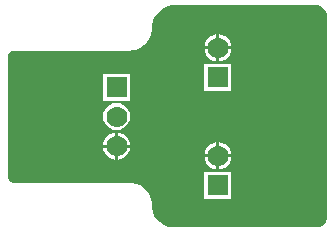
<source format=gbl>
G04*
G04 #@! TF.GenerationSoftware,Altium Limited,Altium Designer,21.0.9 (235)*
G04*
G04 Layer_Physical_Order=2*
G04 Layer_Color=16711680*
%FSLAX25Y25*%
%MOIN*%
G70*
G04*
G04 #@! TF.SameCoordinates,ED324722-7F9C-40FD-80D3-A2264BF02C7E*
G04*
G04*
G04 #@! TF.FilePolarity,Positive*
G04*
G01*
G75*
%ADD14R,0.07000X0.07000*%
%ADD15C,0.07000*%
G36*
X103939Y73926D02*
X104525Y73684D01*
X105053Y73331D01*
X105502Y72883D01*
X105854Y72355D01*
X106097Y71769D01*
X106192Y71291D01*
X106220Y70830D01*
Y70830D01*
X106220Y70830D01*
X106220Y70829D01*
X106220Y3270D01*
X106220Y2953D01*
X106097Y2331D01*
X105854Y1745D01*
X105502Y1217D01*
X105053Y769D01*
X104525Y416D01*
X103939Y174D01*
X103317Y50D01*
X103000Y50D01*
X55400D01*
X54666Y50D01*
X53227Y336D01*
X51871Y898D01*
X50651Y1713D01*
X49613Y2751D01*
X48798Y3971D01*
X48236Y5327D01*
X47950Y6766D01*
X47950Y7500D01*
X47950Y7500D01*
X47914Y8235D01*
X47627Y9677D01*
X47064Y11035D01*
X46248Y12258D01*
X45208Y13298D01*
X43986Y14115D01*
X42627Y14677D01*
X41185Y14964D01*
X40450Y15000D01*
X40450Y15000D01*
X40450Y15000D01*
X1950Y15000D01*
X1562Y15000D01*
X845Y15297D01*
X297Y15845D01*
X-0Y16562D01*
X0Y16950D01*
X0Y57050D01*
X0Y57438D01*
X297Y58155D01*
X845Y58703D01*
X1562Y59000D01*
X1950Y59000D01*
X1950Y59000D01*
X40450D01*
X41185Y59036D01*
X42627Y59323D01*
X43986Y59886D01*
X45208Y60703D01*
X46248Y61742D01*
X47064Y62964D01*
X47627Y64323D01*
X47914Y65765D01*
X47950Y66500D01*
X47950Y66500D01*
X47950Y67244D01*
X48240Y68702D01*
X48809Y70076D01*
X49635Y71313D01*
X50687Y72364D01*
X51924Y73191D01*
X53298Y73760D01*
X54756Y74050D01*
X55500Y74050D01*
X55500Y74050D01*
X103000Y74050D01*
X103317Y74050D01*
X103939Y73926D01*
D02*
G37*
%LPC*%
G36*
X70500Y64394D02*
Y60421D01*
X74473D01*
X74384Y61096D01*
X73931Y62191D01*
X73209Y63131D01*
X72269Y63852D01*
X71175Y64305D01*
X70500Y64394D01*
D02*
G37*
G36*
X69500Y64394D02*
X68825Y64305D01*
X67731Y63852D01*
X66791Y63131D01*
X66069Y62191D01*
X65616Y61096D01*
X65527Y60421D01*
X69500D01*
Y64394D01*
D02*
G37*
G36*
Y59421D02*
X65527D01*
X65616Y58746D01*
X66069Y57652D01*
X66791Y56712D01*
X67731Y55990D01*
X68825Y55537D01*
X69500Y55448D01*
Y59421D01*
D02*
G37*
G36*
X74473D02*
X70500D01*
Y55448D01*
X71175Y55537D01*
X72269Y55990D01*
X73209Y56712D01*
X73931Y57652D01*
X74384Y58746D01*
X74473Y59421D01*
D02*
G37*
G36*
X74500Y54579D02*
X65500D01*
Y45579D01*
X74500D01*
Y54579D01*
D02*
G37*
G36*
X40720Y51342D02*
X31721D01*
Y42342D01*
X40720D01*
Y51342D01*
D02*
G37*
G36*
X36220Y41539D02*
X35046Y41384D01*
X33951Y40931D01*
X33011Y40209D01*
X32290Y39269D01*
X31836Y38175D01*
X31682Y37000D01*
X31836Y35825D01*
X32290Y34731D01*
X33011Y33791D01*
X33951Y33069D01*
X35046Y32616D01*
X36220Y32461D01*
X37395Y32616D01*
X38490Y33069D01*
X39430Y33791D01*
X40151Y34731D01*
X40605Y35825D01*
X40759Y37000D01*
X40605Y38175D01*
X40151Y39269D01*
X39430Y40209D01*
X38490Y40931D01*
X37395Y41384D01*
X36220Y41539D01*
D02*
G37*
G36*
X36720Y31631D02*
Y27657D01*
X40694D01*
X40605Y28332D01*
X40151Y29427D01*
X39430Y30367D01*
X38490Y31088D01*
X37395Y31542D01*
X36720Y31631D01*
D02*
G37*
G36*
X35721D02*
X35046Y31542D01*
X33951Y31088D01*
X33011Y30367D01*
X32290Y29427D01*
X31836Y28332D01*
X31747Y27657D01*
X35721D01*
Y31631D01*
D02*
G37*
G36*
X70500Y28394D02*
Y24421D01*
X74473D01*
X74384Y25096D01*
X73931Y26191D01*
X73209Y27131D01*
X72269Y27852D01*
X71175Y28305D01*
X70500Y28394D01*
D02*
G37*
G36*
X69500D02*
X68825Y28305D01*
X67731Y27852D01*
X66791Y27131D01*
X66069Y26191D01*
X65616Y25096D01*
X65527Y24421D01*
X69500D01*
Y28394D01*
D02*
G37*
G36*
X40694Y26658D02*
X36720D01*
Y22684D01*
X37395Y22773D01*
X38490Y23227D01*
X39430Y23948D01*
X40151Y24888D01*
X40605Y25983D01*
X40694Y26658D01*
D02*
G37*
G36*
X35721D02*
X31747D01*
X31836Y25983D01*
X32290Y24888D01*
X33011Y23948D01*
X33951Y23227D01*
X35046Y22773D01*
X35721Y22684D01*
Y26658D01*
D02*
G37*
G36*
X74473Y23421D02*
X70500D01*
Y19448D01*
X71175Y19537D01*
X72269Y19990D01*
X73209Y20712D01*
X73931Y21652D01*
X74384Y22747D01*
X74473Y23421D01*
D02*
G37*
G36*
X69500D02*
X65527D01*
X65616Y22747D01*
X66069Y21652D01*
X66791Y20712D01*
X67731Y19990D01*
X68825Y19537D01*
X69500Y19448D01*
Y23421D01*
D02*
G37*
G36*
X74500Y18579D02*
X65500D01*
Y9579D01*
X74500D01*
Y18579D01*
D02*
G37*
%LPD*%
D14*
X70000Y50079D02*
D03*
Y14079D02*
D03*
X36220Y46843D02*
D03*
D15*
X70000Y59921D02*
D03*
Y23921D02*
D03*
X36220Y27158D02*
D03*
Y37000D02*
D03*
M02*

</source>
